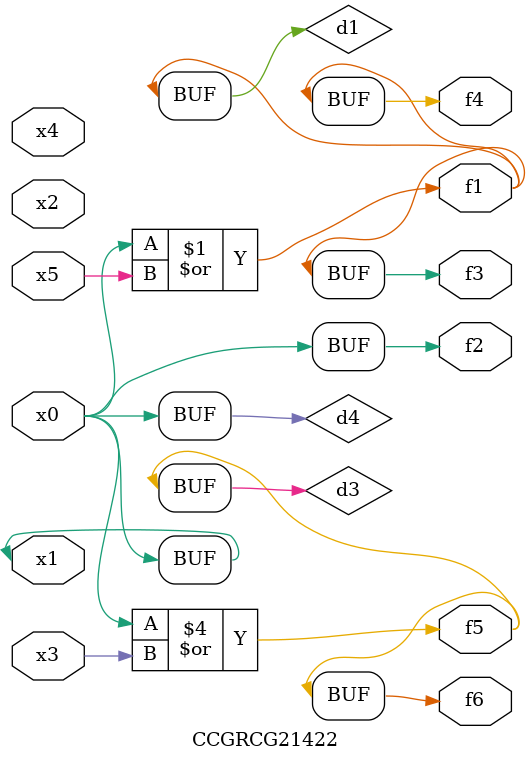
<source format=v>
module CCGRCG21422(
	input x0, x1, x2, x3, x4, x5,
	output f1, f2, f3, f4, f5, f6
);

	wire d1, d2, d3, d4;

	or (d1, x0, x5);
	xnor (d2, x1, x4);
	or (d3, x0, x3);
	buf (d4, x0, x1);
	assign f1 = d1;
	assign f2 = d4;
	assign f3 = d1;
	assign f4 = d1;
	assign f5 = d3;
	assign f6 = d3;
endmodule

</source>
